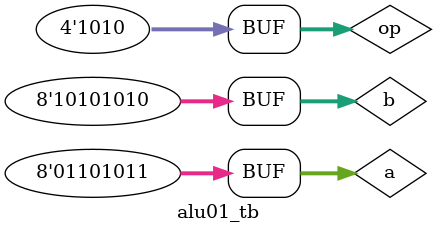
<source format=v>
module alu01(a,b,op,alu_out);
input [7:0] a,b;
input [3:0] op;
output reg [8:0] alu_out;
always @(*)
begin
    case(op) // defining the instructions
    4'b0000: alu_out = 0;
    4'b0001: alu_out = a+b;
    4'b0010: alu_out = a-b;
    4'b0011: alu_out = a&b;
    4'b0100: alu_out = a|b;
    4'b0101: alu_out = ~a;
    4'b0110: alu_out = ~b;
    4'b0111: alu_out = a^b;
    4'b1000: alu_out = a~|b;
    4'b1001: alu_out = a~^b;
    4'b1010: if (a>b) begin
        alu_out = a;
    end else begin alu_out = b; end
    default: alu_out = 0;
    endcase
end
endmodule
//testbench
module alu01_tb;
reg [7:0] a,b;
reg [3:0] op;
wire [8:0] alu_out;
alu01 instance0 (.a(a),.b(b),.op(op),.alu_out(alu_out));
initial begin
    op=4'b000;a=8'b01101011;b=8'b10101010;
    #10 op=4'b0001;a=8'b01101011;b=8'b10101010;
    #10 op=4'b0010;a=8'b01101011;b=8'b10101010;
    #10 op=4'b0011;a=8'b01101011;b=8'b10101010;
    #10 op=4'b0100;a=8'b01101011;b=8'b10101010;
    #10 op=4'b0101;a=8'b01101011;b=8'b10101010;
    #10 op=4'b0110;a=8'b01101011;b=8'b10101010;
    #10 op=4'b0111;a=8'b01101011;b=8'b10101010;
    #10 op=4'b1000;a=8'b01101011;b=8'b10101010;
    #10 op=4'b1001;a=8'b01101011;b=8'b10101010;
    #10 op=4'b1010;a=8'b01101011;b=8'b10101010;
    #10;
end
initial begin
    $monitor("%t | op=%b | a=%b | b=%b | output=%b",$time,op,a,b,alu_out);
    $dumpfile("alu01_dump.vcd");
    $dumpvars();
end
endmodule




</source>
